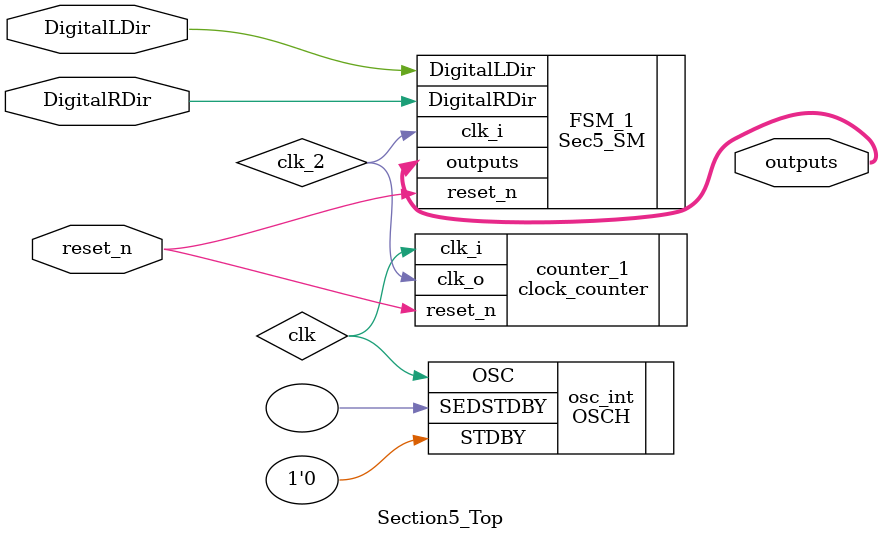
<source format=v>
module Section5_Top(
	input DigitalLDir,
	input DigitalRDir,
	input reset_n,	
	output [3:0] outputs
	/*output Len,
	output Ldir,
	output Ren,
	output Rdir */
		);
		
		wire clk;		//used for the oscillator's 2.08 MHz clock
		wire clk_2;		//used for slowed down, 5 Hz clock
			
			
		//This is an instance of a special, built in module that accesses our chip's oscillator
		OSCH #("2.08") osc_int (					//"2.03" specifies the operating frequency, 2.03 MHz. Other clock frequencies can be found in the MachX02's documentation
			.STDBY(1'b0),							//Specifies active state
			.OSC(clk),								//Outputs clock signal to 'clk' net
			.SEDSTDBY());							//Leaves SEDSTDBY pin unconnected
		
		
		//This module is instantiated from another file, 'Clock_Counter.v'
		//It will take an input clock, slow it down based on parameters set inside of the module, and output the new clock. Reset functionality is also built-in
		clock_counter counter_1(
			.clk_i(clk),
			.reset_n(reset_n),
			.clk_o(clk_2));
			
		//This module is instantiated from another file, 'State_Machine.v'
		//It contains a Moore state machine that will take a clock and reset, and output LED combinations
		Sec5_SM FSM_1( 
			.DigitalLDir(DigitalLDir),
			.DigitalRDir(DigitalRDir),
			.clk_i(clk_2),
			.reset_n(reset_n),
			.outputs(outputs)
			/*.Len(Len),
			.Ldir(Ldir),
			.Ren(Ren),
			.Rdir(Rdir)*/
			);
		

endmodule
</source>
